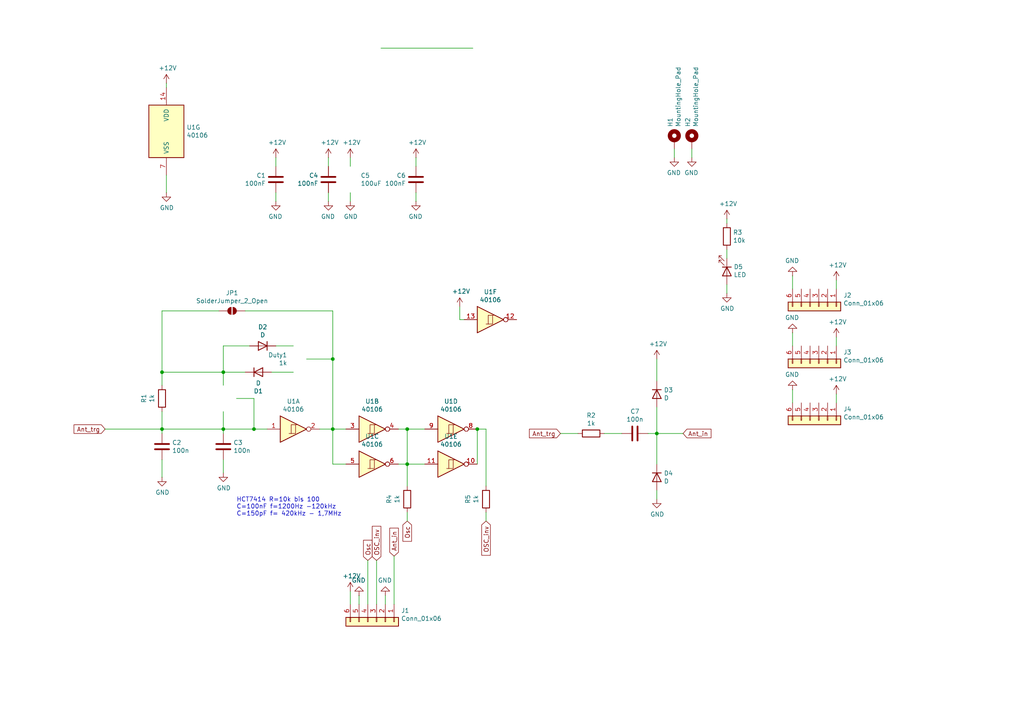
<source format=kicad_sch>
(kicad_sch (version 20231120) (generator "eeschema") (generator_version "8.0")
  (paper "A4")
  (title_block (title "Klein Signalgenerator") (date "2021-11-28") (rev "A1") (comment 1 "für Steckbrett und  Teslaspule") (comment 2 "Antenne zum triggern auf Resonanzfrequenz"))
  (lib_symbols
    (symbol "4xxx:40106" (pin_names (offset 1.016))
      (property "Reference" "U" (at 0 1.27 0))
      (property "Value" "40106" (at 0 -1.27 0))
      (symbol "40106_1_0"
        (polyline (pts (xy -0.635 -1.27) (xy -0.635 1.27) (xy 0.635 1.27)))
        (polyline (pts (xy -3.81 3.81) (xy -3.81 -3.81) (xy 3.81 0) (xy -3.81 3.81)) (stroke (width 0.254)) (fill (type background)))
        (polyline (pts (xy -1.27 -1.27) (xy 0.635 -1.27) (xy 0.635 1.27) (xy 1.27 1.27)))
        (pin input line (at -7.62 0 0) (length 3.81) (name "~") (number "1"))
        (pin output inverted (at 7.62 0 180) (length 3.81) (name "~") (number "2"))
      )
      (symbol "40106_2_0"
        (polyline (pts (xy -0.635 -1.27) (xy -0.635 1.27) (xy 0.635 1.27)))
        (polyline (pts (xy -3.81 3.81) (xy -3.81 -3.81) (xy 3.81 0) (xy -3.81 3.81)) (stroke (width 0.254)) (fill (type background)))
        (polyline (pts (xy -1.27 -1.27) (xy 0.635 -1.27) (xy 0.635 1.27) (xy 1.27 1.27)))
        (pin input line (at -7.62 0 0) (length 3.81) (name "~") (number "3"))
        (pin output inverted (at 7.62 0 180) (length 3.81) (name "~") (number "4"))
      )
      (symbol "40106_3_0"
        (polyline (pts (xy -0.635 -1.27) (xy -0.635 1.27) (xy 0.635 1.27)))
        (polyline (pts (xy -3.81 3.81) (xy -3.81 -3.81) (xy 3.81 0) (xy -3.81 3.81)) (stroke (width 0.254)) (fill (type background)))
        (polyline (pts (xy -1.27 -1.27) (xy 0.635 -1.27) (xy 0.635 1.27) (xy 1.27 1.27)))
        (pin input line (at -7.62 0 0) (length 3.81) (name "~") (number "5"))
        (pin output inverted (at 7.62 0 180) (length 3.81) (name "~") (number "6"))
      )
      (symbol "40106_4_0"
        (polyline (pts (xy -0.635 -1.27) (xy -0.635 1.27) (xy 0.635 1.27)))
        (polyline (pts (xy -3.81 3.81) (xy -3.81 -3.81) (xy 3.81 0) (xy -3.81 3.81)) (stroke (width 0.254)) (fill (type background)))
        (polyline (pts (xy -1.27 -1.27) (xy 0.635 -1.27) (xy 0.635 1.27) (xy 1.27 1.27)))
        (pin output inverted (at 7.62 0 180) (length 3.81) (name "~") (number "8"))
        (pin input line (at -7.62 0 0) (length 3.81) (name "~") (number "9"))
      )
      (symbol "40106_5_0"
        (polyline (pts (xy -0.635 -1.27) (xy -0.635 1.27) (xy 0.635 1.27)))
        (polyline (pts (xy -3.81 3.81) (xy -3.81 -3.81) (xy 3.81 0) (xy -3.81 3.81)) (stroke (width 0.254)) (fill (type background)))
        (polyline (pts (xy -1.27 -1.27) (xy 0.635 -1.27) (xy 0.635 1.27) (xy 1.27 1.27)))
        (pin output inverted (at 7.62 0 180) (length 3.81) (name "~") (number "10"))
        (pin input line (at -7.62 0 0) (length 3.81) (name "~") (number "11"))
      )
      (symbol "40106_6_0"
        (polyline (pts (xy -0.635 -1.27) (xy -0.635 1.27) (xy 0.635 1.27)))
        (polyline (pts (xy -3.81 3.81) (xy -3.81 -3.81) (xy 3.81 0) (xy -3.81 3.81)) (stroke (width 0.254)) (fill (type background)))
        (polyline (pts (xy -1.27 -1.27) (xy 0.635 -1.27) (xy 0.635 1.27) (xy 1.27 1.27)))
        (pin output inverted (at 7.62 0 180) (length 3.81) (name "~") (number "12"))
        (pin input line (at -7.62 0 0) (length 3.81) (name "~") (number "13"))
      )
      (symbol "40106_7_0"
        (pin power_in line (at 0 12.7 270) (length 5.08) (name "VDD") (number "14"))
        (pin power_in line (at 0 -12.7 90) (length 5.08) (name "VSS") (number "7"))
      )
      (symbol "40106_7_1"
        (rectangle (start -5.08 7.62) (end 5.08 -7.62) (stroke (width 0.254)) (fill (type background)))
      )
    )
    (symbol "Connector_Generic:Conn_01x06" (pin_names (offset 1.016) hide)
      (property "Reference" "J" (at 0 7.62 0))
      (property "Value" "Conn_01x06" (at 0 -10.16 0))
      (symbol "Conn_01x06_1_1"
        (rectangle (start -1.27 -7.493) (end 0 -7.747) (stroke (width 0.1524)))
        (rectangle (start -1.27 -4.953) (end 0 -5.207) (stroke (width 0.1524)))
        (rectangle (start -1.27 -2.413) (end 0 -2.667) (stroke (width 0.1524)))
        (rectangle (start -1.27 0.127) (end 0 -0.127) (stroke (width 0.1524)))
        (rectangle (start -1.27 2.667) (end 0 2.413) (stroke (width 0.1524)))
        (rectangle (start -1.27 5.207) (end 0 4.953) (stroke (width 0.1524)))
        (rectangle (start -1.27 6.35) (end 1.27 -8.89) (stroke (width 0.254)) (fill (type background)))
        (pin passive line (at -5.08 5.08 0) (length 3.81) (name "Pin_1") (number "1"))
        (pin passive line (at -5.08 2.54 0) (length 3.81) (name "Pin_2") (number "2"))
        (pin passive line (at -5.08 0 0) (length 3.81) (name "Pin_3") (number "3"))
        (pin passive line (at -5.08 -2.54 0) (length 3.81) (name "Pin_4") (number "4"))
        (pin passive line (at -5.08 -5.08 0) (length 3.81) (name "Pin_5") (number "5"))
        (pin passive line (at -5.08 -7.62 0) (length 3.81) (name "Pin_6") (number "6"))
      )
    )
    (symbol "Device:C" (pin_numbers hide) (pin_names (offset 0.254))
      (property "Reference" "C" (at 0.635 2.54 0))
      (property "Value" "C" (at 0.635 -2.54 0))
      (symbol "C_0_1"
        (polyline (pts (xy -2.032 -0.762) (xy 2.032 -0.762)) (stroke (width 0.508)))
        (polyline (pts (xy -2.032 0.762) (xy 2.032 0.762)) (stroke (width 0.508)))
      )
      (symbol "C_1_1"
        (pin passive line (at 0 3.81 270) (length 2.794) (name "~") (number "1"))
        (pin passive line (at 0 -3.81 90) (length 2.794) (name "~") (number "2"))
      )
    )
    (symbol "Device:D" (pin_numbers hide) (pin_names (offset 1.016) hide)
      (property "Reference" "D" (at 0 2.54 0))
      (property "Value" "D" (at 0 -2.54 0))
      (symbol "D_0_1"
        (polyline (pts (xy -1.27 1.27) (xy -1.27 -1.27)) (stroke (width 0.254)))
        (polyline (pts (xy 1.27 0) (xy -1.27 0)))
        (polyline (pts (xy 1.27 1.27) (xy 1.27 -1.27) (xy -1.27 0) (xy 1.27 1.27)) (stroke (width 0.254)))
      )
      (symbol "D_1_1"
        (pin passive line (at -3.81 0 0) (length 2.54) (name "K") (number "1"))
        (pin passive line (at 3.81 0 180) (length 2.54) (name "A") (number "2"))
      )
    )
    (symbol "Device:LED" (pin_numbers hide) (pin_names (offset 1.016) hide)
      (property "Reference" "D" (at 0 2.54 0))
      (property "Value" "LED" (at 0 -2.54 0))
      (symbol "LED_0_1"
        (polyline (pts (xy -1.27 -1.27) (xy -1.27 1.27)) (stroke (width 0.254)))
        (polyline (pts (xy -1.27 0) (xy 1.27 0)))
        (polyline (pts (xy 1.27 -1.27) (xy 1.27 1.27) (xy -1.27 0) (xy 1.27 -1.27)) (stroke (width 0.254)))
        (polyline (pts (xy -3.048 -0.762) (xy -4.572 -2.286) (xy -3.81 -2.286) (xy -4.572 -2.286) (xy -4.572 -1.524)))
        (polyline (pts (xy -1.778 -0.762) (xy -3.302 -2.286) (xy -2.54 -2.286) (xy -3.302 -2.286) (xy -3.302 -1.524)))
      )
      (symbol "LED_1_1"
        (pin passive line (at -3.81 0 0) (length 2.54) (name "K") (number "1"))
        (pin passive line (at 3.81 0 180) (length 2.54) (name "A") (number "2"))
      )
    )
    (symbol "Device:R" (pin_numbers hide) (pin_names (offset 0))
      (property "Reference" "R" (at 2.032 0 90))
      (property "Value" "R" (at 0 0 90))
      (symbol "R_0_1"
        (rectangle (start -1.016 -2.54) (end 1.016 2.54) (stroke (width 0.254)))
      )
      (symbol "R_1_1"
        (pin passive line (at 0 3.81 270) (length 1.27) (name "~") (number "1"))
        (pin passive line (at 0 -3.81 90) (length 1.27) (name "~") (number "2"))
      )
    )
    (symbol "Jumper:SolderJumper_2_Open" (pin_numbers hide) (pin_names (offset 0) hide) (exclude_from_sim yes) (in_bom no)
      (property "Reference" "JP" (at 0 2.032 0))
      (property "Value" "SolderJumper_2_Open" (at 0 -2.54 0))
      (symbol "SolderJumper_2_Open_0_1"
        (arc (start -0.254 1.016) (mid -1.2656 0) (end -0.254 -1.016))
        (arc (start -0.254 1.016) (mid -1.2656 0) (end -0.254 -1.016) (fill (type outline)))
        (polyline (pts (xy -0.254 1.016) (xy -0.254 -1.016)))
        (polyline (pts (xy 0.254 1.016) (xy 0.254 -1.016)))
        (arc (start 0.254 -1.016) (mid 1.2656 0) (end 0.254 1.016))
        (arc (start 0.254 -1.016) (mid 1.2656 0) (end 0.254 1.016) (fill (type outline)))
      )
      (symbol "SolderJumper_2_Open_1_1"
        (pin passive line (at -3.81 0 0) (length 2.54) (name "A") (number "1"))
        (pin passive line (at 3.81 0 180) (length 2.54) (name "B") (number "2"))
      )
    )
    (symbol "Mechanical:MountingHole_Pad" (pin_numbers hide) (pin_names (offset 1.016) hide) (exclude_from_sim yes) (in_bom no)
      (property "Reference" "H" (at 0 6.35 0))
      (property "Value" "MountingHole_Pad" (at 0 4.445 0))
      (symbol "MountingHole_Pad_0_1"
        (circle (center 0 1.27) (radius 1.27) (stroke (width 1.27)))
      )
      (symbol "MountingHole_Pad_1_1"
        (pin input line (at 0 -2.54 90) (length 2.54) (name "1") (number "1"))
      )
    )
    (symbol "power:+12V" (power) (pin_numbers hide) (pin_names (offset 0) hide)
      (property "Value" "+12V" (at 0 3.556 0))
      (symbol "+12V_0_1"
        (polyline (pts (xy -0.762 1.27) (xy 0 2.54)))
        (polyline (pts (xy 0 0) (xy 0 2.54)))
        (polyline (pts (xy 0 2.54) (xy 0.762 1.27)))
      )
      (symbol "+12V_1_1"
        (pin power_in line (at 0 0 90) (length 0) (name "~") (number "1"))
      )
    )
    (symbol "power:GND" (power) (pin_numbers hide) (pin_names (offset 0) hide)
      (property "Value" "GND" (at 0 -3.81 0))
      (symbol "GND_0_1"
        (polyline (pts (xy 0 0) (xy 0 -1.27) (xy 1.27 -1.27) (xy 0 -2.54) (xy -1.27 -1.27) (xy 0 -1.27)))
      )
      (symbol "GND_1_1"
        (pin power_in line (at 0 0 270) (length 0) (name "~") (number "1"))
      )
    )
  )
  (junction (at 46.99 107.95))
  (junction (at 73.66 124.46))
  (junction (at 64.77 124.46))
  (junction (at 96.52 124.46))
  (junction (at 118.11 134.62))
  (junction (at 118.11 124.46))
  (junction (at 46.99 124.46))
  (junction (at 96.52 104.14))
  (junction (at 64.77 107.95))
  (junction (at 190.5 125.73))
  (junction (at 138.43 124.46))
  (wire (pts (xy 96.52 104.14) (xy 88.9 104.14)))
  (wire (pts (xy 210.82 74.93) (xy 210.82 72.39)))
  (wire (pts (xy 190.5 125.73) (xy 187.96 125.73)))
  (wire (pts (xy 101.6 171.45) (xy 101.6 175.26)))
  (wire (pts (xy 64.77 100.33) (xy 64.77 107.95)))
  (wire (pts (xy 114.3 175.26) (xy 114.3 161.29)))
  (wire (pts (xy 242.57 97.79) (xy 242.57 100.33)))
  (wire (pts (xy 190.5 134.62) (xy 190.5 125.73)))
  (wire (pts (xy 229.87 96.52) (xy 229.87 100.33)))
  (wire (pts (xy 64.77 107.95) (xy 46.99 107.95)))
  (wire (pts (xy 71.12 90.17) (xy 96.52 90.17)))
  (wire (pts (xy 120.65 58.42) (xy 120.65 55.88)))
  (wire (pts (xy 101.6 58.42) (xy 101.6 55.88)))
  (wire (pts (xy 138.43 124.46) (xy 140.97 124.46)))
  (wire (pts (xy 190.5 125.73) (xy 198.12 125.73)))
  (wire (pts (xy 96.52 134.62) (xy 100.33 134.62)))
  (wire (pts (xy 138.43 134.62) (xy 138.43 124.46)))
  (wire (pts (xy 46.99 124.46) (xy 46.99 125.73)))
  (wire (pts (xy 85.09 107.95) (xy 78.74 107.95)))
  (wire (pts (xy 46.99 107.95) (xy 46.99 111.76)))
  (wire (pts (xy 73.66 115.57) (xy 73.66 124.46)))
  (wire (pts (xy 46.99 90.17) (xy 63.5 90.17)))
  (wire (pts (xy 73.66 124.46) (xy 77.47 124.46)))
  (wire (pts (xy 96.52 124.46) (xy 96.52 104.14)))
  (wire (pts (xy 210.82 63.5) (xy 210.82 64.77)))
  (wire (pts (xy 190.5 125.73) (xy 190.5 118.11)))
  (wire (pts (xy 80.01 48.26) (xy 80.01 45.72)))
  (wire (pts (xy 118.11 134.62) (xy 118.11 140.97)))
  (wire (pts (xy 229.87 80.01) (xy 229.87 83.82)))
  (wire (pts (xy 133.35 88.9) (xy 133.35 92.71)))
  (wire (pts (xy 68.58 115.57) (xy 73.66 115.57)))
  (wire (pts (xy 110.49 13.97) (xy 137.16 13.97)))
  (wire (pts (xy 64.77 119.38) (xy 64.77 124.46)))
  (wire (pts (xy 242.57 81.28) (xy 242.57 83.82)))
  (wire (pts (xy 92.71 124.46) (xy 96.52 124.46)))
  (wire (pts (xy 95.25 48.26) (xy 95.25 45.72)))
  (wire (pts (xy 96.52 124.46) (xy 100.33 124.46)))
  (wire (pts (xy 104.14 172.72) (xy 104.14 175.26)))
  (wire (pts (xy 46.99 133.35) (xy 46.99 138.43)))
  (wire (pts (xy 118.11 124.46) (xy 118.11 134.62)))
  (wire (pts (xy 96.52 124.46) (xy 96.52 134.62)))
  (wire (pts (xy 109.22 175.26) (xy 109.22 162.56)))
  (wire (pts (xy 96.52 104.14) (xy 96.52 90.17)))
  (wire (pts (xy 210.82 85.09) (xy 210.82 82.55)))
  (wire (pts (xy 140.97 151.13) (xy 140.97 148.59)))
  (wire (pts (xy 195.58 45.72) (xy 195.58 43.18)))
  (wire (pts (xy 85.09 100.33) (xy 80.01 100.33)))
  (wire (pts (xy 118.11 151.13) (xy 118.11 148.59)))
  (wire (pts (xy 190.5 110.49) (xy 190.5 104.14)))
  (wire (pts (xy 64.77 137.16) (xy 64.77 133.35)))
  (wire (pts (xy 229.87 113.03) (xy 229.87 116.84)))
  (wire (pts (xy 120.65 48.26) (xy 120.65 45.72)))
  (wire (pts (xy 80.01 58.42) (xy 80.01 55.88)))
  (wire (pts (xy 46.99 124.46) (xy 30.48 124.46)))
  (wire (pts (xy 115.57 124.46) (xy 118.11 124.46)))
  (wire (pts (xy 64.77 100.33) (xy 72.39 100.33)))
  (wire (pts (xy 118.11 124.46) (xy 123.19 124.46)))
  (wire (pts (xy 64.77 107.95) (xy 71.12 107.95)))
  (wire (pts (xy 200.66 45.72) (xy 200.66 43.18)))
  (wire (pts (xy 46.99 119.38) (xy 46.99 124.46)))
  (wire (pts (xy 167.64 125.73) (xy 162.56 125.73)))
  (wire (pts (xy 95.25 58.42) (xy 95.25 55.88)))
  (wire (pts (xy 242.57 114.3) (xy 242.57 116.84)))
  (wire (pts (xy 64.77 107.95) (xy 64.77 111.76)))
  (wire (pts (xy 190.5 144.78) (xy 190.5 142.24)))
  (wire (pts (xy 106.68 175.26) (xy 106.68 162.56)))
  (wire (pts (xy 101.6 48.26) (xy 101.6 45.72)))
  (wire (pts (xy 48.26 25.4) (xy 48.26 24.13)))
  (wire (pts (xy 140.97 124.46) (xy 140.97 140.97)))
  (wire (pts (xy 46.99 124.46) (xy 64.77 124.46)))
  (wire (pts (xy 46.99 90.17) (xy 46.99 107.95)))
  (wire (pts (xy 64.77 125.73) (xy 64.77 124.46)))
  (wire (pts (xy 48.26 55.88) (xy 48.26 50.8)))
  (wire (pts (xy 118.11 134.62) (xy 123.19 134.62)))
  (wire (pts (xy 115.57 134.62) (xy 118.11 134.62)))
  (wire (pts (xy 133.35 92.71) (xy 134.62 92.71)))
  (wire (pts (xy 111.76 175.26) (xy 111.76 172.72)))
  (wire (pts (xy 64.77 124.46) (xy 73.66 124.46)))
  (wire (pts (xy 180.34 125.73) (xy 175.26 125.73)))
  (text "HCT7414 R=10k bis 100\nC=100nF f=1200Hz -120kHz\nC=150pF f= 420kHz - 1,7MHz" (at 68.58 149.86 0) (effects (font (size 1.27 1.27)) (justify left bottom)))
  (global_label "Osc" (shape input) (at 118.11 151.13 270) (property "Intersheetrefs" "${INTERSHEET_REFS}" (effects (hide yes))))
  (global_label "OSC_inv" (shape input) (at 140.97 151.13 270) (property "Intersheetrefs" "${INTERSHEET_REFS}" (effects (hide yes))))
  (global_label "Ant_trg" (shape input) (at 30.48 124.46 180) (property "Intersheetrefs" "${INTERSHEET_REFS}" (effects (hide yes))))
  (global_label "OSC_inv" (shape input) (at 109.22 162.56 90) (property "Intersheetrefs" "${INTERSHEET_REFS}" (effects (hide yes))))
  (global_label "Ant_trg" (shape input) (at 162.56 125.73 180) (property "Intersheetrefs" "${INTERSHEET_REFS}" (effects (hide yes))))
  (global_label "Osc" (shape input) (at 106.68 162.56 90) (property "Intersheetrefs" "${INTERSHEET_REFS}" (effects (hide yes))))
  (global_label "Ant_in" (shape input) (at 114.3 161.29 90) (property "Intersheetrefs" "${INTERSHEET_REFS}" (effects (hide yes))))
  (global_label "Ant_in" (shape input) (at 198.12 125.73 0) (property "Intersheetrefs" "${INTERSHEET_REFS}" (effects (hide yes))))
  (symbol (lib_id "power:GND") (at 95.25 58.42 0) (mirror y) (unit 1)
    (property "Reference" "#PWR06" (effects (hide yes)))
    (property "Value" "GND" (at 95.123 62.8142 0))
  )
  (symbol (lib_id "Device:C") (at 95.25 52.07 0) (mirror y) (unit 1)
    (property "Reference" "C4" (at 92.329 50.9016 0) (effects (justify left)))
    (property "Value" "100nF" (at 92.329 53.213 0) (effects (justify left)))
    (property "Footprint" "Capacitor_SMD:C_0805_2012Metric_Pad1.18x1.45mm_HandSolder" (effects (hide yes)))
  )
  (symbol (lib_id "power:+12V") (at 95.25 45.72 0) (unit 1)
    (property "Reference" "#PWR05" (effects (hide yes)))
    (property "Value" "+12V" (at 95.631 41.3258 0))
  )
  (symbol (lib_id "power:+12V") (at 101.6 45.72 0) (unit 1)
    (property "Reference" "#PWR07" (effects (hide yes)))
    (property "Value" "+12V" (at 101.981 41.3258 0))
  )
  (symbol (lib_id "power:GND") (at 101.6 58.42 0) (unit 1)
    (property "Reference" "#PWR08" (effects (hide yes)))
    (property "Value" "GND" (at 101.727 62.8142 0))
  )
  (symbol (lib_id "Device:CP") (at 101.6 52.07 0) (unit 1)
    (property "Reference" "C5" (at 104.5972 50.9016 0) (effects (justify left)))
    (property "Value" "100uF" (at 104.5972 53.213 0) (effects (justify left)))
    (property "Footprint" "Capacitor_SMD:CP_Elec_10x10.5" (effects (hide yes)))
  )
  (symbol (lib_id "Device:LED") (at 210.82 78.74 270) (unit 1)
    (property "Reference" "D5" (at 212.8012 77.3938 90) (effects (justify left)))
    (property "Value" "LED" (at 212.8012 79.7052 90) (effects (justify left)))
    (property "Footprint" "LED_SMD:LED_0805_2012Metric_Pad1.15x1.40mm_HandSolder" (effects (hide yes)))
  )
  (symbol (lib_id "Device:R") (at 210.82 68.58 0) (unit 1)
    (property "Reference" "R3" (at 212.598 67.4116 0) (effects (justify left)))
    (property "Value" "10k" (at 212.598 69.723 0) (effects (justify left)))
    (property "Footprint" "Resistor_SMD:R_0805_2012Metric_Pad1.20x1.40mm_HandSolder" (effects (hide yes)))
  )
  (symbol (lib_id "power:GND") (at 210.82 85.09 0) (unit 1)
    (property "Reference" "#PWR021" (effects (hide yes)))
    (property "Value" "GND" (at 210.947 89.4842 0))
  )
  (symbol (lib_id "power:+12V") (at 210.82 63.5 0) (unit 1)
    (property "Reference" "#PWR020" (effects (hide yes)))
    (property "Value" "+12V" (at 211.201 59.1058 0))
  )
  (symbol (lib_id "Device:R_POT_TRIM") (at 85.09 104.14 0) (unit 1)
    (property "Reference" "Duty1" (at 83.312 102.9716 0) (effects (justify right)))
    (property "Value" "1k" (at 83.312 105.283 0) (effects (justify right)))
    (property "Footprint" "Potentiometer_THT:Potentiometer_Bourns_3296W_Vertical" (effects (hide yes)))
  )
  (symbol (lib_id "Device:C") (at 64.77 129.54 0) (unit 1)
    (property "Reference" "C3" (at 67.691 128.3716 0) (effects (justify left)))
    (property "Value" "100n" (at 67.691 130.683 0) (effects (justify left)))
    (property "Footprint" "Capacitor_SMD:C_0805_2012Metric_Pad1.18x1.45mm_HandSolder" (effects (hide yes)))
  )
  (symbol (lib_id "power:GND") (at 64.77 137.16 0) (unit 1)
    (property "Reference" "#PWR04" (effects (hide yes)))
    (property "Value" "GND" (at 64.897 141.5542 0))
  )
  (symbol (lib_id "power:GND") (at 120.65 58.42 0) (mirror y) (unit 1)
    (property "Reference" "#PWR013" (effects (hide yes)))
    (property "Value" "GND" (at 120.523 62.8142 0))
  )
  (symbol (lib_id "Device:C") (at 120.65 52.07 0) (mirror y) (unit 1)
    (property "Reference" "C6" (at 117.729 50.9016 0) (effects (justify left)))
    (property "Value" "100nF" (at 117.729 53.213 0) (effects (justify left)))
    (property "Footprint" "Capacitor_SMD:C_0805_2012Metric_Pad1.18x1.45mm_HandSolder" (effects (hide yes)))
  )
  (symbol (lib_id "power:+12V") (at 120.65 45.72 0) (unit 1)
    (property "Reference" "#PWR012" (effects (hide yes)))
    (property "Value" "+12V" (at 121.031 41.3258 0))
  )
  (symbol (lib_id "Device:D") (at 76.2 100.33 180) (unit 1)
    (property "Reference" "D2" (at 76.2 94.8436 0))
    (property "Value" "D" (at 76.2 97.155 0))
    (property "Footprint" "Diode_SMD:D_0805_2012Metric_Pad1.15x1.40mm_HandSolder" (effects (hide yes)))
  )
  (symbol (lib_id "Device:D") (at 74.93 107.95 0) (unit 1)
    (property "Reference" "D1" (at 74.93 113.4364 0))
    (property "Value" "D" (at 74.93 111.125 0))
    (property "Footprint" "Diode_SMD:D_0805_2012Metric_Pad1.15x1.40mm_HandSolder" (effects (hide yes)))
  )
  (symbol (lib_id "Device:R_POT_TRIM") (at 64.77 115.57 0) (unit 1)
    (property "Reference" "Freq.1" (at 62.992 114.4016 0) (effects (justify right)))
    (property "Value" "10k" (at 62.992 116.713 0) (effects (justify right)))
    (property "Footprint" "Potentiometer_THT:Potentiometer_Bourns_3296W_Vertical" (effects (hide yes)))
  )
  (symbol (lib_id "4xxx:40106") (at 85.09 124.46 0) (unit 1)
    (property "Reference" "U1" (at 85.09 116.4082 0))
    (property "Value" "40106" (at 85.09 118.7196 0))
    (property "Footprint" "Package_SO:SO-14_3.9x8.65mm_P1.27mm" (effects (hide yes)))
    (property "Datasheet" "https://assets.nexperia.com/documents/data-sheet/HEF40106B.pdf" (effects (hide yes)))
  )
  (symbol (lib_id "4xxx:40106") (at 107.95 124.46 0) (unit 2)
    (property "Reference" "U1" (at 107.95 116.4082 0))
    (property "Value" "40106" (at 107.95 118.7196 0))
    (property "Footprint" "Package_SO:SO-14_3.9x8.65mm_P1.27mm" (effects (hide yes)))
    (property "Datasheet" "https://assets.nexperia.com/documents/data-sheet/HEF40106B.pdf" (effects (hide yes)))
  )
  (symbol (lib_id "4xxx:40106") (at 107.95 134.62 0) (unit 3)
    (property "Reference" "U1" (at 107.95 126.5682 0))
    (property "Value" "40106" (at 107.95 128.8796 0))
    (property "Footprint" "Package_SO:SO-14_3.9x8.65mm_P1.27mm" (effects (hide yes)))
    (property "Datasheet" "https://assets.nexperia.com/documents/data-sheet/HEF40106B.pdf" (effects (hide yes)))
  )
  (symbol (lib_id "4xxx:40106") (at 130.81 124.46 0) (unit 4)
    (property "Reference" "U1" (at 130.81 116.4082 0))
    (property "Value" "40106" (at 130.81 118.7196 0))
    (property "Footprint" "Package_SO:SO-14_3.9x8.65mm_P1.27mm" (effects (hide yes)))
    (property "Datasheet" "https://assets.nexperia.com/documents/data-sheet/HEF40106B.pdf" (effects (hide yes)))
  )
  (symbol (lib_id "4xxx:40106") (at 130.81 134.62 0) (unit 5)
    (property "Reference" "U1" (at 130.81 126.5682 0))
    (property "Value" "40106" (at 130.81 128.8796 0))
    (property "Footprint" "Package_SO:SO-14_3.9x8.65mm_P1.27mm" (effects (hide yes)))
    (property "Datasheet" "https://assets.nexperia.com/documents/data-sheet/HEF40106B.pdf" (effects (hide yes)))
  )
  (symbol (lib_id "4xxx:40106") (at 142.24 92.71 0) (unit 6)
    (property "Reference" "U1" (at 142.24 84.6582 0))
    (property "Value" "40106" (at 142.24 86.9696 0))
    (property "Footprint" "Package_SO:SO-14_3.9x8.65mm_P1.27mm" (effects (hide yes)))
    (property "Datasheet" "https://assets.nexperia.com/documents/data-sheet/HEF40106B.pdf" (effects (hide yes)))
  )
  (symbol (lib_id "4xxx:40106") (at 48.26 38.1 0) (unit 7)
    (property "Reference" "U1" (at 54.102 36.9316 0) (effects (justify left)))
    (property "Value" "40106" (at 54.102 39.243 0) (effects (justify left)))
    (property "Footprint" "Package_SO:SO-14_3.9x8.65mm_P1.27mm" (effects (hide yes)))
    (property "Datasheet" "https://assets.nexperia.com/documents/data-sheet/HEF40106B.pdf" (effects (hide yes)))
  )
  (symbol (lib_id "Device:C") (at 46.99 129.54 0) (unit 1)
    (property "Reference" "C2" (at 49.911 128.3716 0) (effects (justify left)))
    (property "Value" "100n" (at 49.911 130.683 0) (effects (justify left)))
    (property "Footprint" "Capacitor_THT:C_Axial_L3.8mm_D2.6mm_P7.50mm_Horizontal" (effects (hide yes)))
  )
  (symbol (lib_id "Mechanical:MountingHole_Pad") (at 200.66 40.64 0) (unit 1)
    (property "Reference" "H2" (at 199.4916 36.83 90) (effects (justify left)))
    (property "Value" "MountingHole_Pad" (at 201.803 36.83 90) (effects (justify left)))
    (property "Footprint" "MountingHole:MountingHole_3.2mm_M3_DIN965_Pad" (effects (hide yes)))
  )
  (symbol (lib_id "Mechanical:MountingHole_Pad") (at 195.58 40.64 0) (unit 1)
    (property "Reference" "H1" (at 194.4116 36.83 90) (effects (justify left)))
    (property "Value" "MountingHole_Pad" (at 196.723 36.83 90) (effects (justify left)))
    (property "Footprint" "MountingHole:MountingHole_3.2mm_M3_DIN965_Pad" (effects (hide yes)))
  )
  (symbol (lib_id "power:GND") (at 200.66 45.72 0) (mirror y) (unit 1)
    (property "Reference" "#PWR018" (effects (hide yes)))
    (property "Value" "GND" (at 200.533 50.1142 0))
  )
  (symbol (lib_id "power:GND") (at 195.58 45.72 0) (mirror y) (unit 1)
    (property "Reference" "#PWR017" (effects (hide yes)))
    (property "Value" "GND" (at 195.453 50.1142 0))
  )
  (symbol (lib_id "power:GND") (at 48.26 55.88 0) (unit 1)
    (property "Reference" "#PWR03" (effects (hide yes)))
    (property "Value" "GND" (at 48.387 60.2742 0))
  )
  (symbol (lib_id "power:+12V") (at 48.26 24.13 0) (unit 1)
    (property "Reference" "#PWR02" (effects (hide yes)))
    (property "Value" "+12V" (at 48.641 19.7358 0))
  )
  (symbol (lib_id "Device:R") (at 118.11 144.78 0) (unit 1)
    (property "Reference" "R4" (at 112.8522 144.78 90))
    (property "Value" "1k" (at 115.1636 144.78 90))
    (property "Footprint" "Resistor_SMD:R_0805_2012Metric_Pad1.20x1.40mm_HandSolder" (effects (hide yes)))
  )
  (symbol (lib_id "Device:R") (at 140.97 144.78 0) (unit 1)
    (property "Reference" "R5" (at 135.7122 144.78 90))
    (property "Value" "1k" (at 138.0236 144.78 90))
    (property "Footprint" "Resistor_SMD:R_0805_2012Metric_Pad1.20x1.40mm_HandSolder" (effects (hide yes)))
  )
  (symbol (lib_id "Connector_Generic:Conn_01x06") (at 237.49 88.9 270) (unit 1)
    (property "Reference" "J2" (at 244.602 85.6488 90) (effects (justify left)))
    (property "Value" "Conn_01x06" (at 244.602 87.9602 90) (effects (justify left)))
    (property "Footprint" "Connector_PinSocket_2.54mm:PinSocket_1x06_P2.54mm_Vertical" (effects (hide yes)))
  )
  (symbol (lib_id "power:+12V") (at 242.57 81.28 0) (unit 1)
    (property "Reference" "#PWR0103" (effects (hide yes)))
    (property "Value" "+12V" (at 242.951 76.8858 0))
  )
  (symbol (lib_id "power:GND") (at 229.87 80.01 180) (unit 1)
    (property "Reference" "#PWR0104" (effects (hide yes)))
    (property "Value" "GND" (at 229.743 75.6158 0))
  )
  (symbol (lib_id "Device:D") (at 190.5 114.3 270) (unit 1)
    (property "Reference" "D3" (at 192.532 113.1316 90) (effects (justify left)))
    (property "Value" "D" (at 192.532 115.443 90) (effects (justify left)))
    (property "Footprint" "Capacitor_SMD:C_0805_2012Metric_Pad1.18x1.45mm_HandSolder" (effects (hide yes)))
  )
  (symbol (lib_id "Device:D") (at 190.5 138.43 270) (unit 1)
    (property "Reference" "D4" (at 192.532 137.2616 90) (effects (justify left)))
    (property "Value" "D" (at 192.532 139.573 90) (effects (justify left)))
    (property "Footprint" "Capacitor_SMD:C_0805_2012Metric_Pad1.18x1.45mm_HandSolder" (effects (hide yes)))
  )
  (symbol (lib_id "Connector_Generic:Conn_01x06") (at 237.49 105.41 270) (unit 1)
    (property "Reference" "J3" (at 244.602 102.1588 90) (effects (justify left)))
    (property "Value" "Conn_01x06" (at 244.602 104.4702 90) (effects (justify left)))
    (property "Footprint" "Connector_PinSocket_2.54mm:PinSocket_1x06_P2.54mm_Vertical" (effects (hide yes)))
  )
  (symbol (lib_id "power:+12V") (at 242.57 97.79 0) (unit 1)
    (property "Reference" "#PWR0105" (effects (hide yes)))
    (property "Value" "+12V" (at 242.951 93.3958 0))
  )
  (symbol (lib_id "power:GND") (at 229.87 96.52 180) (unit 1)
    (property "Reference" "#PWR0106" (effects (hide yes)))
    (property "Value" "GND" (at 229.743 92.1258 0))
  )
  (symbol (lib_id "power:+12V") (at 190.5 104.14 0) (unit 1)
    (property "Reference" "#PWR015" (effects (hide yes)))
    (property "Value" "+12V" (at 190.881 99.7458 0))
  )
  (symbol (lib_id "Connector_Generic:Conn_01x06") (at 237.49 121.92 270) (unit 1)
    (property "Reference" "J4" (at 244.602 118.6688 90) (effects (justify left)))
    (property "Value" "Conn_01x06" (at 244.602 120.9802 90) (effects (justify left)))
    (property "Footprint" "Connector_PinSocket_2.54mm:PinSocket_1x06_P2.54mm_Vertical" (effects (hide yes)))
  )
  (symbol (lib_id "power:+12V") (at 242.57 114.3 0) (unit 1)
    (property "Reference" "#PWR0107" (effects (hide yes)))
    (property "Value" "+12V" (at 242.951 109.9058 0))
  )
  (symbol (lib_id "power:GND") (at 229.87 113.03 180) (unit 1)
    (property "Reference" "#PWR0108" (effects (hide yes)))
    (property "Value" "GND" (at 229.743 108.6358 0))
  )
  (symbol (lib_id "power:GND") (at 190.5 144.78 0) (unit 1)
    (property "Reference" "#PWR016" (effects (hide yes)))
    (property "Value" "GND" (at 190.627 149.1742 0))
  )
  (symbol (lib_id "Device:C") (at 184.15 125.73 270) (unit 1)
    (property "Reference" "C7" (at 184.15 119.3292 90))
    (property "Value" "100n" (at 184.15 121.6406 90))
    (property "Footprint" "Capacitor_THT:C_Axial_L3.8mm_D2.6mm_P7.50mm_Horizontal" (effects (hide yes)))
  )
  (symbol (lib_id "Device:R") (at 171.45 125.73 270) (unit 1)
    (property "Reference" "R2" (at 171.45 120.4722 90))
    (property "Value" "1k" (at 171.45 122.7836 90))
    (property "Footprint" "Resistor_SMD:R_0805_2012Metric_Pad1.20x1.40mm_HandSolder" (effects (hide yes)))
  )
  (symbol (lib_id "power:GND") (at 80.01 58.42 0) (mirror y) (unit 1)
    (property "Reference" "#PWR0109" (effects (hide yes)))
    (property "Value" "GND" (at 79.883 62.8142 0))
  )
  (symbol (lib_id "Device:C") (at 80.01 52.07 0) (mirror y) (unit 1)
    (property "Reference" "C1" (at 77.089 50.9016 0) (effects (justify left)))
    (property "Value" "100nF" (at 77.089 53.213 0) (effects (justify left)))
    (property "Footprint" "Capacitor_SMD:C_0805_2012Metric_Pad1.18x1.45mm_HandSolder" (effects (hide yes)))
  )
  (symbol (lib_id "power:+12V") (at 80.01 45.72 0) (unit 1)
    (property "Reference" "#PWR0110" (effects (hide yes)))
    (property "Value" "+12V" (at 80.391 41.3258 0))
  )
  (symbol (lib_id "Connector_Generic:Conn_01x06") (at 109.22 180.34 270) (unit 1)
    (property "Reference" "J1" (at 116.332 177.0888 90) (effects (justify left)))
    (property "Value" "Conn_01x06" (at 116.332 179.4002 90) (effects (justify left)))
    (property "Footprint" "Connector_PinSocket_2.54mm:PinSocket_1x06_P2.54mm_Vertical" (effects (hide yes)))
  )
  (symbol (lib_id "power:+12V") (at 101.6 171.45 0) (unit 1)
    (property "Reference" "#PWR09" (effects (hide yes)))
    (property "Value" "+12V" (at 101.981 167.0558 0))
  )
  (symbol (lib_id "power:GND") (at 104.14 172.72 180) (unit 1)
    (property "Reference" "#PWR010" (effects (hide yes)))
    (property "Value" "GND" (at 104.013 168.3258 0))
  )
  (symbol (lib_id "power:GND") (at 111.76 172.72 180) (unit 1)
    (property "Reference" "#PWR011" (effects (hide yes)))
    (property "Value" "GND" (at 111.633 168.3258 0))
  )
  (symbol (lib_id "Device:R") (at 46.99 115.57 0) (unit 1)
    (property "Reference" "R1" (at 41.7322 115.57 90))
    (property "Value" "1k" (at 44.0436 115.57 90))
    (property "Footprint" "Resistor_SMD:R_0805_2012Metric_Pad1.20x1.40mm_HandSolder" (effects (hide yes)))
  )
  (symbol (lib_id "power:GND") (at 46.99 138.43 0) (unit 1)
    (property "Reference" "#PWR0101" (effects (hide yes)))
    (property "Value" "GND" (at 47.117 142.8242 0))
  )
  (symbol (lib_id "Jumper:SolderJumper_2_Open") (at 67.31 90.17 0) (unit 1)
    (property "Reference" "JP1" (at 67.31 84.963 0))
    (property "Value" "SolderJumper_2_Open" (at 67.31 87.2744 0))
    (property "Footprint" "Jumper:SolderJumper-2_P1.3mm_Open_TrianglePad1.0x1.5mm" (effects (hide yes)))
  )
  (symbol (lib_id "power:+12V") (at 133.35 88.9 0) (unit 1)
    (property "Reference" "#PWR0102" (effects (hide yes)))
    (property "Value" "+12V" (at 133.731 84.5058 0))
  )
)
</source>
